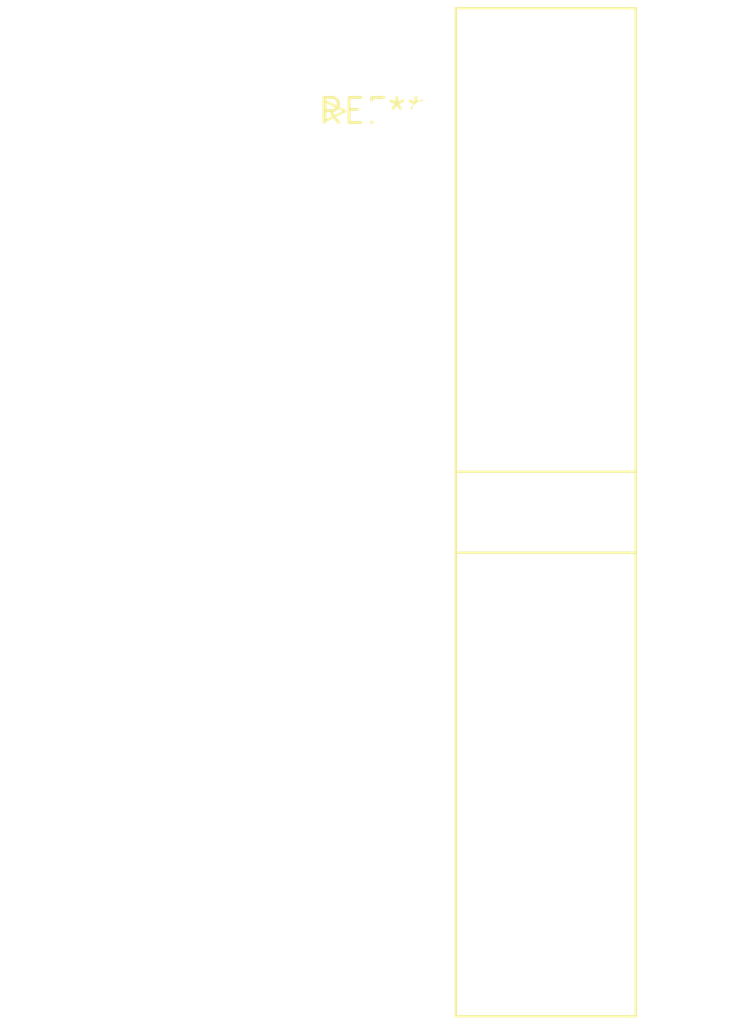
<source format=kicad_pcb>
(kicad_pcb (version 20240108) (generator pcbnew)
  (layers (0 "F.Cu" signal) (31 "B.Cu" signal) (34 "B.Paste" user) (35 "F.Paste" user) (36 "B.SilkS" user "B.Silkscreen") (37 "F.SilkS" user "F.Silkscreen") (38 "B.Mask" user) (39 "F.Mask" user) (44 "Edge.Cuts" user))
  (net 0 "")
  (footprint "IDC-Header_2x17_P2.54mm_Horizontal" (layer "F.Cu") (at 0 0)
    (property "Reference" "REF**")
    (property "Value" "IDC-Header_2x17_P2.54mm_Horizontal")
    (fp_line (start -2.35 -0.5) (end -2.35 0.5) (layer "F.SilkS") (stroke (width 0.12)))
    (fp_line (start -2.35 0.5) (end -1.35 0) (layer "F.SilkS") (stroke (width 0.12)))
    (fp_line (start -1.35 0) (end -2.35 -0.5) (layer "F.SilkS") (stroke (width 0.12)))
    (fp_line (start 4.27 -5.21) (end 13.39 -5.21) (layer "F.SilkS") (stroke (width 0.12)))
    (fp_line (start 4.27 18.27) (end 13.39 18.27) (layer "F.SilkS") (stroke (width 0.12)))
    (fp_line (start 4.27 22.37) (end 13.39 22.37) (layer "F.SilkS") (stroke (width 0.12)))
    (fp_line (start 4.27 45.85) (end 4.27 -5.21) (layer "F.SilkS") (stroke (width 0.12)))
    (fp_line (start 13.39 -5.21) (end 13.39 45.85) (layer "F.SilkS") (stroke (width 0.12)))
    (fp_line (start 13.39 45.85) (end 4.27 45.85) (layer "F.SilkS") (stroke (width 0.12)))
    (pad "1" thru_hole roundrect (at 0 0) (size 1.7 1.7) (drill 1) (layers *.Cu *.Mask) (remove_unused_layers) (roundrect_rratio 0.147059))
    (pad "2" thru_hole circle (at 2.54 0) (size 1.7 1.7) (drill 1) (layers *.Cu *.Mask) (remove_unused_layers))
    (pad "3" thru_hole circle (at 0 2.54) (size 1.7 1.7) (drill 1) (layers *.Cu *.Mask) (remove_unused_layers))
    (pad "4" thru_hole circle (at 2.54 2.54) (size 1.7 1.7) (drill 1) (layers *.Cu *.Mask) (remove_unused_layers))
    (pad "5" thru_hole circle (at 0 5.08) (size 1.7 1.7) (drill 1) (layers *.Cu *.Mask) (remove_unused_layers))
    (pad "6" thru_hole circle (at 2.54 5.08) (size 1.7 1.7) (drill 1) (layers *.Cu *.Mask) (remove_unused_layers))
    (pad "7" thru_hole circle (at 0 7.62) (size 1.7 1.7) (drill 1) (layers *.Cu *.Mask) (remove_unused_layers))
    (pad "8" thru_hole circle (at 2.54 7.62) (size 1.7 1.7) (drill 1) (layers *.Cu *.Mask) (remove_unused_layers))
    (pad "9" thru_hole circle (at 0 10.16) (size 1.7 1.7) (drill 1) (layers *.Cu *.Mask) (remove_unused_layers))
    (pad "10" thru_hole circle (at 2.54 10.16) (size 1.7 1.7) (drill 1) (layers *.Cu *.Mask) (remove_unused_layers))
    (pad "11" thru_hole circle (at 0 12.7) (size 1.7 1.7) (drill 1) (layers *.Cu *.Mask) (remove_unused_layers))
    (pad "12" thru_hole circle (at 2.54 12.7) (size 1.7 1.7) (drill 1) (layers *.Cu *.Mask) (remove_unused_layers))
    (pad "13" thru_hole circle (at 0 15.24) (size 1.7 1.7) (drill 1) (layers *.Cu *.Mask) (remove_unused_layers))
    (pad "14" thru_hole circle (at 2.54 15.24) (size 1.7 1.7) (drill 1) (layers *.Cu *.Mask) (remove_unused_layers))
    (pad "15" thru_hole circle (at 0 17.78) (size 1.7 1.7) (drill 1) (layers *.Cu *.Mask) (remove_unused_layers))
    (pad "16" thru_hole circle (at 2.54 17.78) (size 1.7 1.7) (drill 1) (layers *.Cu *.Mask) (remove_unused_layers))
    (pad "17" thru_hole circle (at 0 20.32) (size 1.7 1.7) (drill 1) (layers *.Cu *.Mask) (remove_unused_layers))
    (pad "18" thru_hole circle (at 2.54 20.32) (size 1.7 1.7) (drill 1) (layers *.Cu *.Mask) (remove_unused_layers))
    (pad "19" thru_hole circle (at 0 22.86) (size 1.7 1.7) (drill 1) (layers *.Cu *.Mask) (remove_unused_layers))
    (pad "20" thru_hole circle (at 2.54 22.86) (size 1.7 1.7) (drill 1) (layers *.Cu *.Mask) (remove_unused_layers))
    (pad "21" thru_hole circle (at 0 25.4) (size 1.7 1.7) (drill 1) (layers *.Cu *.Mask) (remove_unused_layers))
    (pad "22" thru_hole circle (at 2.54 25.4) (size 1.7 1.7) (drill 1) (layers *.Cu *.Mask) (remove_unused_layers))
    (pad "23" thru_hole circle (at 0 27.94) (size 1.7 1.7) (drill 1) (layers *.Cu *.Mask) (remove_unused_layers))
    (pad "24" thru_hole circle (at 2.54 27.94) (size 1.7 1.7) (drill 1) (layers *.Cu *.Mask) (remove_unused_layers))
    (pad "25" thru_hole circle (at 0 30.48) (size 1.7 1.7) (drill 1) (layers *.Cu *.Mask) (remove_unused_layers))
    (pad "26" thru_hole circle (at 2.54 30.48) (size 1.7 1.7) (drill 1) (layers *.Cu *.Mask) (remove_unused_layers))
    (pad "27" thru_hole circle (at 0 33.02) (size 1.7 1.7) (drill 1) (layers *.Cu *.Mask) (remove_unused_layers))
    (pad "28" thru_hole circle (at 2.54 33.02) (size 1.7 1.7) (drill 1) (layers *.Cu *.Mask) (remove_unused_layers))
    (pad "29" thru_hole circle (at 0 35.56) (size 1.7 1.7) (drill 1) (layers *.Cu *.Mask) (remove_unused_layers))
    (pad "30" thru_hole circle (at 2.54 35.56) (size 1.7 1.7) (drill 1) (layers *.Cu *.Mask) (remove_unused_layers))
    (pad "31" thru_hole circle (at 0 38.1) (size 1.7 1.7) (drill 1) (layers *.Cu *.Mask) (remove_unused_layers))
    (pad "32" thru_hole circle (at 2.54 38.1) (size 1.7 1.7) (drill 1) (layers *.Cu *.Mask) (remove_unused_layers))
    (pad "33" thru_hole circle (at 0 40.64) (size 1.7 1.7) (drill 1) (layers *.Cu *.Mask) (remove_unused_layers))
    (pad "34" thru_hole circle (at 2.54 40.64) (size 1.7 1.7) (drill 1) (layers *.Cu *.Mask) (remove_unused_layers))
  )
)
</source>
